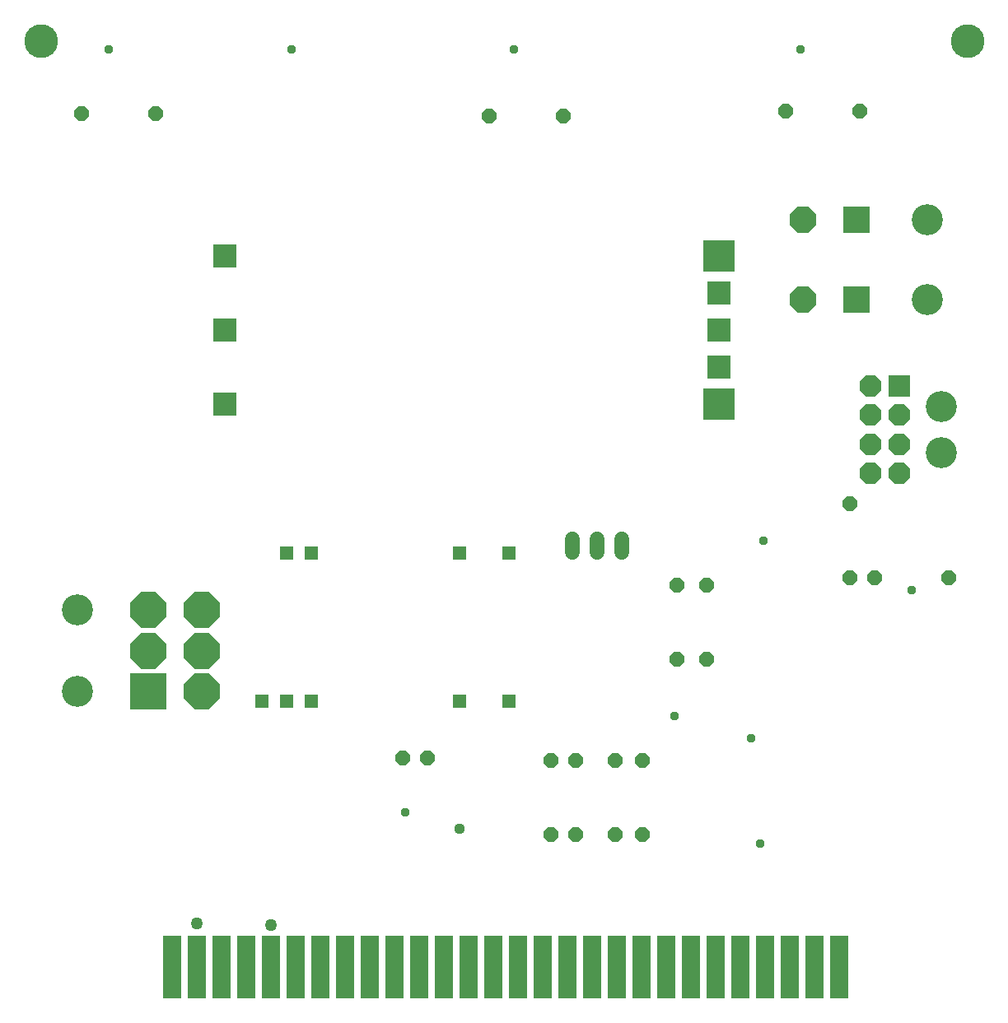
<source format=gbs>
G75*
%MOIN*%
%OFA0B0*%
%FSLAX25Y25*%
%IPPOS*%
%LPD*%
%AMOC8*
5,1,8,0,0,1.08239X$1,22.5*
%
%ADD10C,0.13650*%
%ADD11R,0.07300X0.25800*%
%ADD12OC8,0.14580*%
%ADD13R,0.14580X0.14580*%
%ADD14C,0.12611*%
%ADD15R,0.09800X0.09800*%
%ADD16R,0.12800X0.12800*%
%ADD17OC8,0.06000*%
%ADD18R,0.05800X0.05800*%
%ADD19OC8,0.10800*%
%ADD20R,0.10800X0.10800*%
%ADD21OC8,0.08800*%
%ADD22R,0.08800X0.08800*%
%ADD23C,0.06000*%
%ADD24C,0.03778*%
%ADD25C,0.04959*%
%ADD26C,0.04369*%
D10*
X0013800Y0392500D03*
X0388800Y0392500D03*
D11*
X0067050Y0017500D03*
X0077050Y0017500D03*
X0087050Y0017500D03*
X0097050Y0017500D03*
X0107050Y0017500D03*
X0117050Y0017500D03*
X0127050Y0017500D03*
X0137050Y0017500D03*
X0147050Y0017500D03*
X0157050Y0017500D03*
X0167050Y0017500D03*
X0177050Y0017500D03*
X0187050Y0017500D03*
X0197050Y0017500D03*
X0207050Y0017500D03*
X0217050Y0017500D03*
X0227050Y0017500D03*
X0237050Y0017500D03*
X0247050Y0017500D03*
X0257050Y0017500D03*
X0267050Y0017500D03*
X0277050Y0017500D03*
X0287050Y0017500D03*
X0297050Y0017500D03*
X0307050Y0017500D03*
X0317050Y0017500D03*
X0327050Y0017500D03*
X0337050Y0017500D03*
D12*
X0079000Y0129002D03*
X0079000Y0145502D03*
X0079000Y0162002D03*
X0057300Y0162002D03*
X0057300Y0145502D03*
D13*
X0057300Y0129002D03*
D14*
X0028560Y0129002D03*
X0028560Y0162002D03*
X0372540Y0287600D03*
X0372740Y0320100D03*
X0378308Y0244252D03*
X0378308Y0225748D03*
D15*
X0288300Y0260500D03*
X0288300Y0275500D03*
X0288300Y0290500D03*
X0088300Y0275500D03*
X0088300Y0245500D03*
X0088300Y0305500D03*
D16*
X0288300Y0305500D03*
X0288300Y0245500D03*
D17*
X0341300Y0205000D03*
X0341300Y0175000D03*
X0351300Y0175000D03*
X0381300Y0175000D03*
X0283300Y0172000D03*
X0271300Y0172000D03*
X0271300Y0142000D03*
X0283300Y0142000D03*
X0257300Y0101000D03*
X0246300Y0101000D03*
X0230300Y0101000D03*
X0220300Y0101000D03*
X0220300Y0071000D03*
X0230300Y0071000D03*
X0246300Y0071000D03*
X0257300Y0071000D03*
X0170300Y0102000D03*
X0160300Y0102000D03*
X0195300Y0362000D03*
X0225300Y0362000D03*
X0315300Y0364000D03*
X0345300Y0364000D03*
X0060300Y0363000D03*
X0030300Y0363000D03*
D18*
X0113300Y0185000D03*
X0123300Y0185000D03*
X0123300Y0125000D03*
X0113300Y0125000D03*
X0103300Y0125000D03*
X0183300Y0125000D03*
X0203300Y0125000D03*
X0203300Y0185000D03*
X0183300Y0185000D03*
D19*
X0322100Y0287600D03*
X0322300Y0320100D03*
D20*
X0344000Y0320100D03*
X0343800Y0287600D03*
D21*
X0349489Y0252717D03*
X0349489Y0240906D03*
X0361300Y0240906D03*
X0361300Y0229094D03*
X0361300Y0217283D03*
X0349489Y0217283D03*
X0349489Y0229094D03*
D22*
X0361300Y0252717D03*
D23*
X0249000Y0190700D02*
X0249000Y0185500D01*
X0239000Y0185500D02*
X0239000Y0190700D01*
X0229000Y0190700D02*
X0229000Y0185500D01*
D24*
X0270300Y0119000D03*
X0301300Y0110000D03*
X0304800Y0067500D03*
X0366300Y0170000D03*
X0306300Y0190000D03*
X0161300Y0080000D03*
X0205300Y0389000D03*
X0115300Y0389000D03*
X0041300Y0389000D03*
X0321300Y0389000D03*
D25*
X0106800Y0034300D03*
X0076900Y0034900D03*
D26*
X0183300Y0073300D03*
M02*

</source>
